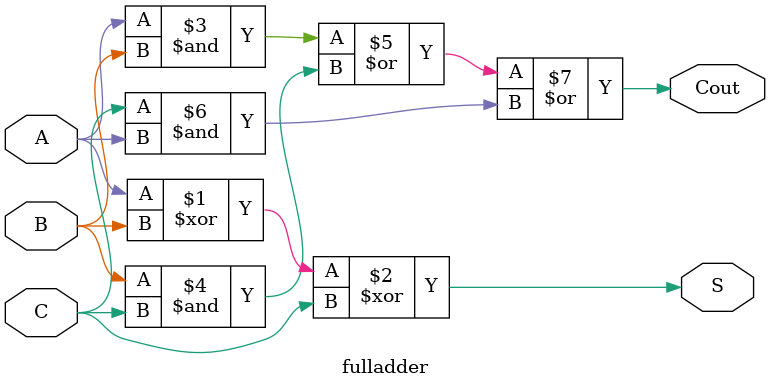
<source format=v>
`timescale 1ns / 1ps
module fulladder(A,B,C,S,Cout );
input A,B,C;
output S,Cout;
assign S=A^B^C;
assign Cout = A&B| B&C|C&A;
endmodule

</source>
